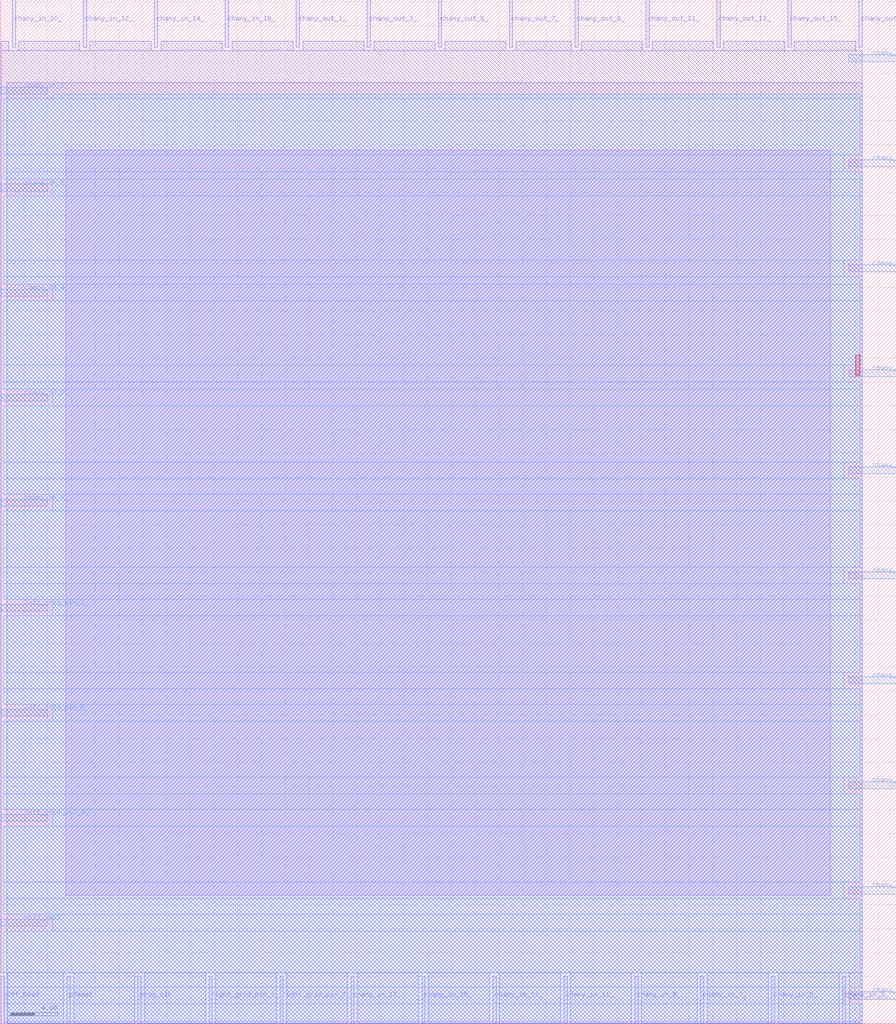
<source format=lef>
VERSION 5.7 ;
  NAMESCASESENSITIVE ON ;
  NOWIREEXTENSIONATPIN ON ;
  DIVIDERCHAR "/" ;
  BUSBITCHARS "[]" ;
UNITS
  DATABASE MICRONS 200 ;
END UNITS

MACRO cby_1__1_
  CLASS BLOCK ;
  FOREIGN cby_1__1_ ;
  ORIGIN 0.000 0.000 ;
  SIZE 75.455 BY 86.175 ;
  PIN chany_out_4_
    DIRECTION OUTPUT TRISTATE ;
    PORT
      LAYER met3 ;
        RECT 71.455 63.280 75.455 63.880 ;
    END
  END chany_out_4_
  PIN chany_in_0_
    DIRECTION INPUT ;
    PORT
      LAYER met3 ;
        RECT 0.000 43.560 4.000 44.160 ;
    END
  END chany_in_0_
  PIN left_grid_pin_5_
    DIRECTION OUTPUT TRISTATE ;
    PORT
      LAYER met3 ;
        RECT 0.000 25.880 4.000 26.480 ;
    END
  END left_grid_pin_5_
  PIN ccff_head
    DIRECTION INPUT ;
    PORT
      LAYER met2 ;
        RECT 0.090 0.000 0.370 4.000 ;
    END
  END ccff_head
  PIN chany_in_12_
    DIRECTION INPUT ;
    PORT
      LAYER met2 ;
        RECT 6.990 82.175 7.270 86.175 ;
    END
  END chany_in_12_
  PIN chany_in_9_
    DIRECTION INPUT ;
    PORT
      LAYER met2 ;
        RECT 53.450 0.000 53.730 4.000 ;
    END
  END chany_in_9_
  PIN chany_in_5_
    DIRECTION INPUT ;
    PORT
      LAYER met2 ;
        RECT 64.950 0.000 65.230 4.000 ;
    END
  END chany_in_5_
  PIN chany_in_8_
    DIRECTION INPUT ;
    PORT
      LAYER met3 ;
        RECT 0.000 78.240 4.000 78.840 ;
    END
  END chany_in_8_
  PIN chany_out_15_
    DIRECTION OUTPUT TRISTATE ;
    PORT
      LAYER met2 ;
        RECT 66.330 82.175 66.610 86.175 ;
    END
  END chany_out_15_
  PIN chany_out_9_
    DIRECTION OUTPUT TRISTATE ;
    PORT
      LAYER met2 ;
        RECT 48.390 82.175 48.670 86.175 ;
    END
  END chany_out_9_
  PIN chany_out_0_
    DIRECTION OUTPUT TRISTATE ;
    PORT
      LAYER met3 ;
        RECT 71.455 80.960 75.455 81.560 ;
    END
  END chany_out_0_
  PIN left_grid_pin_9_
    DIRECTION OUTPUT TRISTATE ;
    PORT
      LAYER met3 ;
        RECT 0.000 17.040 4.000 17.640 ;
    END
  END left_grid_pin_9_
  PIN chany_in_3_
    DIRECTION INPUT ;
    PORT
      LAYER met2 ;
        RECT 70.930 0.000 71.210 4.000 ;
    END
  END chany_in_3_
  PIN left_grid_pin_1_
    DIRECTION OUTPUT TRISTATE ;
    PORT
      LAYER met3 ;
        RECT 0.000 34.720 4.000 35.320 ;
    END
  END left_grid_pin_1_
  PIN chany_in_14_
    DIRECTION INPUT ;
    PORT
      LAYER met2 ;
        RECT 12.970 82.175 13.250 86.175 ;
    END
  END chany_in_14_
  PIN prog_clk
    DIRECTION INPUT ;
    PORT
      LAYER met2 ;
        RECT 11.590 0.000 11.870 4.000 ;
    END
  END prog_clk
  PIN chany_out_10_
    DIRECTION OUTPUT TRISTATE ;
    PORT
      LAYER met3 ;
        RECT 71.455 37.440 75.455 38.040 ;
    END
  END chany_out_10_
  PIN chany_out_1_
    DIRECTION OUTPUT TRISTATE ;
    PORT
      LAYER met2 ;
        RECT 24.930 82.175 25.210 86.175 ;
    END
  END chany_out_1_
  PIN chany_out_6_
    DIRECTION OUTPUT TRISTATE ;
    PORT
      LAYER met3 ;
        RECT 71.455 54.440 75.455 55.040 ;
    END
  END chany_out_6_
  PIN chany_out_13_
    DIRECTION OUTPUT TRISTATE ;
    PORT
      LAYER met2 ;
        RECT 60.350 82.175 60.630 86.175 ;
    END
  END chany_out_13_
  PIN chany_out_12_
    DIRECTION OUTPUT TRISTATE ;
    PORT
      LAYER met3 ;
        RECT 71.455 28.600 75.455 29.200 ;
    END
  END chany_out_12_
  PIN chany_in_2_
    DIRECTION INPUT ;
    PORT
      LAYER met3 ;
        RECT 0.000 52.400 4.000 53.000 ;
    END
  END chany_in_2_
  PIN chany_out_3_
    DIRECTION OUTPUT TRISTATE ;
    PORT
      LAYER met2 ;
        RECT 30.910 82.175 31.190 86.175 ;
    END
  END chany_out_3_
  PIN chany_out_14_
    DIRECTION OUTPUT TRISTATE ;
    PORT
      LAYER met3 ;
        RECT 71.455 19.760 75.455 20.360 ;
    END
  END chany_out_14_
  PIN chany_in_10_
    DIRECTION INPUT ;
    PORT
      LAYER met2 ;
        RECT 1.010 82.175 1.290 86.175 ;
    END
  END chany_in_10_
  PIN chany_in_17_
    DIRECTION INPUT ;
    PORT
      LAYER met2 ;
        RECT 29.530 0.000 29.810 4.000 ;
    END
  END chany_in_17_
  PIN chany_in_6_
    DIRECTION INPUT ;
    PORT
      LAYER met3 ;
        RECT 0.000 70.080 4.000 70.680 ;
    END
  END chany_in_6_
  PIN chany_out_16_
    DIRECTION OUTPUT TRISTATE ;
    PORT
      LAYER met3 ;
        RECT 71.455 10.920 75.455 11.520 ;
    END
  END chany_out_16_
  PIN chany_out_7_
    DIRECTION OUTPUT TRISTATE ;
    PORT
      LAYER met2 ;
        RECT 42.870 82.175 43.150 86.175 ;
    END
  END chany_out_7_
  PIN ccff_tail
    DIRECTION OUTPUT TRISTATE ;
    PORT
      LAYER met3 ;
        RECT 0.000 8.200 4.000 8.800 ;
    END
  END ccff_tail
  PIN chany_in_13_
    DIRECTION INPUT ;
    PORT
      LAYER met2 ;
        RECT 41.490 0.000 41.770 4.000 ;
    END
  END chany_in_13_
  PIN chany_out_17_
    DIRECTION OUTPUT TRISTATE ;
    PORT
      LAYER met2 ;
        RECT 72.310 82.175 72.590 86.175 ;
    END
  END chany_out_17_
  PIN chany_out_5_
    DIRECTION OUTPUT TRISTATE ;
    PORT
      LAYER met2 ;
        RECT 36.890 82.175 37.170 86.175 ;
    END
  END chany_out_5_
  PIN chany_out_11_
    DIRECTION OUTPUT TRISTATE ;
    PORT
      LAYER met2 ;
        RECT 54.370 82.175 54.650 86.175 ;
    END
  END chany_out_11_
  PIN chany_out_8_
    DIRECTION OUTPUT TRISTATE ;
    PORT
      LAYER met3 ;
        RECT 71.455 46.280 75.455 46.880 ;
    END
  END chany_out_8_
  PIN right_grid_pin_7_
    DIRECTION OUTPUT TRISTATE ;
    PORT
      LAYER met2 ;
        RECT 23.550 0.000 23.830 4.000 ;
    END
  END right_grid_pin_7_
  PIN right_grid_pin_3_
    DIRECTION OUTPUT TRISTATE ;
    PORT
      LAYER met2 ;
        RECT 17.570 0.000 17.850 4.000 ;
    END
  END right_grid_pin_3_
  PIN chany_in_1_
    DIRECTION INPUT ;
    PORT
      LAYER met3 ;
        RECT 71.455 2.080 75.455 2.680 ;
    END
  END chany_in_1_
  PIN chany_in_7_
    DIRECTION INPUT ;
    PORT
      LAYER met2 ;
        RECT 58.970 0.000 59.250 4.000 ;
    END
  END chany_in_7_
  PIN chany_in_11_
    DIRECTION INPUT ;
    PORT
      LAYER met2 ;
        RECT 47.470 0.000 47.750 4.000 ;
    END
  END chany_in_11_
  PIN chany_in_15_
    DIRECTION INPUT ;
    PORT
      LAYER met2 ;
        RECT 35.510 0.000 35.790 4.000 ;
    END
  END chany_in_15_
  PIN chany_in_4_
    DIRECTION INPUT ;
    PORT
      LAYER met3 ;
        RECT 0.000 61.240 4.000 61.840 ;
    END
  END chany_in_4_
  PIN pReset
    DIRECTION INPUT ;
    PORT
      LAYER met2 ;
        RECT 5.610 0.000 5.890 4.000 ;
    END
  END pReset
  PIN chany_in_16_
    DIRECTION INPUT ;
    PORT
      LAYER met2 ;
        RECT 18.950 82.175 19.230 86.175 ;
    END
  END chany_in_16_
  PIN chany_out_2_
    DIRECTION OUTPUT TRISTATE ;
    PORT
      LAYER met3 ;
        RECT 71.455 72.120 75.455 72.720 ;
    END
  END chany_out_2_
  OBS
      LAYER li1 ;
        RECT 5.520 10.795 69.920 73.525 ;
      LAYER met1 ;
        RECT 0.530 0.040 72.610 79.180 ;
      LAYER met2 ;
        RECT 0.090 81.895 0.730 82.690 ;
        RECT 1.570 81.895 6.710 82.690 ;
        RECT 7.550 81.895 12.690 82.690 ;
        RECT 13.530 81.895 18.670 82.690 ;
        RECT 19.510 81.895 24.650 82.690 ;
        RECT 25.490 81.895 30.630 82.690 ;
        RECT 31.470 81.895 36.610 82.690 ;
        RECT 37.450 81.895 42.590 82.690 ;
        RECT 43.430 81.895 48.110 82.690 ;
        RECT 48.950 81.895 54.090 82.690 ;
        RECT 54.930 81.895 60.070 82.690 ;
        RECT 60.910 81.895 66.050 82.690 ;
        RECT 66.890 81.895 72.030 82.690 ;
        RECT 0.090 4.280 72.590 81.895 ;
        RECT 0.650 0.010 5.330 4.280 ;
        RECT 6.170 0.010 11.310 4.280 ;
        RECT 12.150 0.010 17.290 4.280 ;
        RECT 18.130 0.010 23.270 4.280 ;
        RECT 24.110 0.010 29.250 4.280 ;
        RECT 30.090 0.010 35.230 4.280 ;
        RECT 36.070 0.010 41.210 4.280 ;
        RECT 42.050 0.010 47.190 4.280 ;
        RECT 48.030 0.010 53.170 4.280 ;
        RECT 54.010 0.010 58.690 4.280 ;
        RECT 59.530 0.010 64.670 4.280 ;
        RECT 65.510 0.010 70.650 4.280 ;
        RECT 71.490 0.010 72.590 4.280 ;
      LAYER met3 ;
        RECT 4.400 77.840 72.410 78.240 ;
        RECT 0.310 73.120 72.410 77.840 ;
        RECT 0.310 71.720 71.055 73.120 ;
        RECT 0.310 71.080 72.410 71.720 ;
        RECT 4.400 69.680 72.410 71.080 ;
        RECT 0.310 64.280 72.410 69.680 ;
        RECT 0.310 62.880 71.055 64.280 ;
        RECT 0.310 62.240 72.410 62.880 ;
        RECT 4.400 60.840 72.410 62.240 ;
        RECT 0.310 55.440 72.410 60.840 ;
        RECT 0.310 54.040 71.055 55.440 ;
        RECT 0.310 53.400 72.410 54.040 ;
        RECT 4.400 52.000 72.410 53.400 ;
        RECT 0.310 47.280 72.410 52.000 ;
        RECT 0.310 45.880 71.055 47.280 ;
        RECT 0.310 44.560 72.410 45.880 ;
        RECT 4.400 43.160 72.410 44.560 ;
        RECT 0.310 38.440 72.410 43.160 ;
        RECT 0.310 37.040 71.055 38.440 ;
        RECT 0.310 35.720 72.410 37.040 ;
        RECT 4.400 34.320 72.410 35.720 ;
        RECT 0.310 29.600 72.410 34.320 ;
        RECT 0.310 28.200 71.055 29.600 ;
        RECT 0.310 26.880 72.410 28.200 ;
        RECT 4.400 25.480 72.410 26.880 ;
        RECT 0.310 20.760 72.410 25.480 ;
        RECT 0.310 19.360 71.055 20.760 ;
        RECT 0.310 18.040 72.410 19.360 ;
        RECT 4.400 16.640 72.410 18.040 ;
        RECT 0.310 11.920 72.410 16.640 ;
        RECT 0.310 10.520 71.055 11.920 ;
        RECT 0.310 9.200 72.410 10.520 ;
        RECT 4.400 7.800 72.410 9.200 ;
        RECT 0.310 3.080 72.410 7.800 ;
        RECT 0.310 1.680 71.055 3.080 ;
        RECT 0.310 0.175 72.410 1.680 ;
      LAYER met4 ;
        RECT 72.055 54.575 72.385 56.265 ;
  END
END cby_1__1_
END LIBRARY


</source>
